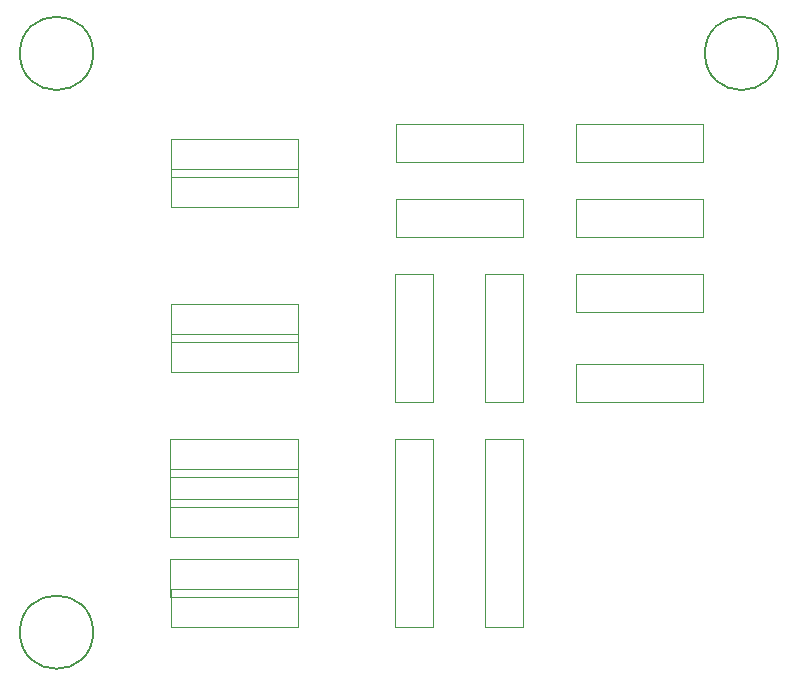
<source format=gbr>
G04 #@! TF.FileFunction,Other,User*
%FSLAX46Y46*%
G04 Gerber Fmt 4.6, Leading zero omitted, Abs format (unit mm)*
G04 Created by KiCad (PCBNEW 4.0.0-rc1-stable) date 02/05/2017 19:37:09*
%MOMM*%
G01*
G04 APERTURE LIST*
%ADD10C,0.100000*%
%ADD11C,0.050000*%
%ADD12C,0.150000*%
G04 APERTURE END LIST*
D10*
D11*
X115011000Y-79578400D02*
X104211000Y-79578400D01*
X104211000Y-79578400D02*
X104211000Y-82778400D01*
X104211000Y-82778400D02*
X115011000Y-82778400D01*
X115011000Y-82778400D02*
X115011000Y-79578400D01*
X123241000Y-102438400D02*
X123241000Y-118338400D01*
X123241000Y-118338400D02*
X126441000Y-118338400D01*
X126441000Y-118338400D02*
X126441000Y-102438400D01*
X126441000Y-102438400D02*
X123241000Y-102438400D01*
D12*
X155659000Y-69786000D02*
G75*
G03X155659000Y-69786000I-3100000J0D01*
G01*
X97659000Y-118786000D02*
G75*
G03X97659000Y-118786000I-3100000J0D01*
G01*
X97659000Y-69786000D02*
G75*
G03X97659000Y-69786000I-3100000J0D01*
G01*
D11*
X130861000Y-102438400D02*
X130861000Y-118338400D01*
X130861000Y-118338400D02*
X134061000Y-118338400D01*
X134061000Y-118338400D02*
X134061000Y-102438400D01*
X134061000Y-102438400D02*
X130861000Y-102438400D01*
X104191000Y-105638400D02*
X114991000Y-105638400D01*
X114991000Y-105638400D02*
X114991000Y-102438400D01*
X114991000Y-102438400D02*
X104191000Y-102438400D01*
X104191000Y-102438400D02*
X104191000Y-105638400D01*
X104191000Y-108178400D02*
X114991000Y-108178400D01*
X114991000Y-108178400D02*
X114991000Y-104978400D01*
X114991000Y-104978400D02*
X104191000Y-104978400D01*
X104191000Y-104978400D02*
X104191000Y-108178400D01*
X104191000Y-110718400D02*
X114991000Y-110718400D01*
X114991000Y-110718400D02*
X114991000Y-107518400D01*
X114991000Y-107518400D02*
X104191000Y-107518400D01*
X104191000Y-107518400D02*
X104191000Y-110718400D01*
X104191000Y-115798400D02*
X114991000Y-115798400D01*
X114991000Y-115798400D02*
X114991000Y-112598400D01*
X114991000Y-112598400D02*
X104191000Y-112598400D01*
X104191000Y-112598400D02*
X104191000Y-115798400D01*
X115011000Y-115138400D02*
X104211000Y-115138400D01*
X104211000Y-115138400D02*
X104211000Y-118338400D01*
X104211000Y-118338400D02*
X115011000Y-118338400D01*
X115011000Y-118338400D02*
X115011000Y-115138400D01*
X115011000Y-77038400D02*
X104211000Y-77038400D01*
X104211000Y-77038400D02*
X104211000Y-80238400D01*
X104211000Y-80238400D02*
X115011000Y-80238400D01*
X115011000Y-80238400D02*
X115011000Y-77038400D01*
X115011000Y-91008400D02*
X104211000Y-91008400D01*
X104211000Y-91008400D02*
X104211000Y-94208400D01*
X104211000Y-94208400D02*
X115011000Y-94208400D01*
X115011000Y-94208400D02*
X115011000Y-91008400D01*
X115011000Y-93548400D02*
X104211000Y-93548400D01*
X104211000Y-93548400D02*
X104211000Y-96748400D01*
X104211000Y-96748400D02*
X115011000Y-96748400D01*
X115011000Y-96748400D02*
X115011000Y-93548400D01*
X123241000Y-88468400D02*
X123241000Y-99268400D01*
X123241000Y-99268400D02*
X126441000Y-99268400D01*
X126441000Y-99268400D02*
X126441000Y-88468400D01*
X126441000Y-88468400D02*
X123241000Y-88468400D01*
X134061000Y-75768400D02*
X123261000Y-75768400D01*
X123261000Y-75768400D02*
X123261000Y-78968400D01*
X123261000Y-78968400D02*
X134061000Y-78968400D01*
X134061000Y-78968400D02*
X134061000Y-75768400D01*
X134061000Y-82118400D02*
X123261000Y-82118400D01*
X123261000Y-82118400D02*
X123261000Y-85318400D01*
X123261000Y-85318400D02*
X134061000Y-85318400D01*
X134061000Y-85318400D02*
X134061000Y-82118400D01*
X149301000Y-75768400D02*
X138501000Y-75768400D01*
X138501000Y-75768400D02*
X138501000Y-78968400D01*
X138501000Y-78968400D02*
X149301000Y-78968400D01*
X149301000Y-78968400D02*
X149301000Y-75768400D01*
X149301000Y-82118400D02*
X138501000Y-82118400D01*
X138501000Y-82118400D02*
X138501000Y-85318400D01*
X138501000Y-85318400D02*
X149301000Y-85318400D01*
X149301000Y-85318400D02*
X149301000Y-82118400D01*
X130861000Y-88468400D02*
X130861000Y-99268400D01*
X130861000Y-99268400D02*
X134061000Y-99268400D01*
X134061000Y-99268400D02*
X134061000Y-88468400D01*
X134061000Y-88468400D02*
X130861000Y-88468400D01*
X149301000Y-96088400D02*
X138501000Y-96088400D01*
X138501000Y-96088400D02*
X138501000Y-99288400D01*
X138501000Y-99288400D02*
X149301000Y-99288400D01*
X149301000Y-99288400D02*
X149301000Y-96088400D01*
X149301000Y-88468400D02*
X138501000Y-88468400D01*
X138501000Y-88468400D02*
X138501000Y-91668400D01*
X138501000Y-91668400D02*
X149301000Y-91668400D01*
X149301000Y-91668400D02*
X149301000Y-88468400D01*
M02*

</source>
